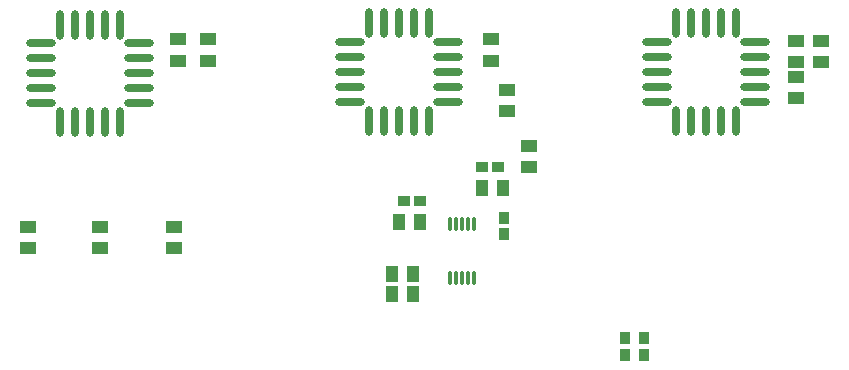
<source format=gtp>
G04*
G04 #@! TF.GenerationSoftware,Altium Limited,Altium Designer,18.1.11 (251)*
G04*
G04 Layer_Color=8421504*
%FSLAX25Y25*%
%MOIN*%
G70*
G01*
G75*
%ADD15O,0.09843X0.02559*%
%ADD16O,0.02559X0.09843*%
%ADD17O,0.01378X0.05315*%
%ADD18R,0.03937X0.05315*%
%ADD19R,0.03740X0.04331*%
%ADD20R,0.04331X0.03740*%
%ADD21R,0.05315X0.03937*%
D15*
X275689Y90492D02*
D03*
Y95492D02*
D03*
Y100492D02*
D03*
Y105492D02*
D03*
Y110492D02*
D03*
X243209D02*
D03*
Y105492D02*
D03*
Y100492D02*
D03*
Y95492D02*
D03*
Y90492D02*
D03*
X37815Y90098D02*
D03*
Y95098D02*
D03*
Y100098D02*
D03*
Y105098D02*
D03*
Y110098D02*
D03*
X70295D02*
D03*
Y105098D02*
D03*
Y100098D02*
D03*
Y95098D02*
D03*
Y90098D02*
D03*
X173327Y90492D02*
D03*
Y95492D02*
D03*
Y100492D02*
D03*
Y105492D02*
D03*
Y110492D02*
D03*
X140847D02*
D03*
Y105492D02*
D03*
Y100492D02*
D03*
Y95492D02*
D03*
Y90492D02*
D03*
D16*
X269449Y116732D02*
D03*
X264449D02*
D03*
X259449D02*
D03*
X254449D02*
D03*
X249449D02*
D03*
Y84252D02*
D03*
X254449D02*
D03*
X259449D02*
D03*
X264449D02*
D03*
X269449D02*
D03*
X64055Y83858D02*
D03*
X59055D02*
D03*
X54055D02*
D03*
X49055D02*
D03*
X44055D02*
D03*
Y116339D02*
D03*
X49055D02*
D03*
X54055D02*
D03*
X59055D02*
D03*
X64055D02*
D03*
X167087Y116732D02*
D03*
X162087D02*
D03*
X157087D02*
D03*
X152087D02*
D03*
X147087D02*
D03*
Y84252D02*
D03*
X152087D02*
D03*
X157087D02*
D03*
X162087D02*
D03*
X167087D02*
D03*
D17*
X174227Y31988D02*
D03*
X176196D02*
D03*
X178164D02*
D03*
X180132D02*
D03*
X182101D02*
D03*
X174227Y49902D02*
D03*
X176196D02*
D03*
X178164D02*
D03*
X180132D02*
D03*
X182101D02*
D03*
D18*
X154621Y26378D02*
D03*
X161707D02*
D03*
X154724Y33071D02*
D03*
X161811D02*
D03*
X164173Y50394D02*
D03*
X157087D02*
D03*
X184646Y61811D02*
D03*
X191732D02*
D03*
D19*
X192126Y46457D02*
D03*
Y51968D02*
D03*
X232283Y6299D02*
D03*
Y11811D02*
D03*
X238583Y6299D02*
D03*
Y11811D02*
D03*
D20*
X158661Y57480D02*
D03*
X164173D02*
D03*
X190157Y68898D02*
D03*
X184646D02*
D03*
D21*
X33465Y41732D02*
D03*
Y48819D02*
D03*
X57480Y41732D02*
D03*
Y48819D02*
D03*
X82047Y48819D02*
D03*
Y41732D02*
D03*
X289370Y98819D02*
D03*
Y91732D02*
D03*
Y111024D02*
D03*
Y103937D02*
D03*
X297638Y103937D02*
D03*
Y111024D02*
D03*
X200330Y75984D02*
D03*
Y68898D02*
D03*
X192913Y94488D02*
D03*
Y87402D02*
D03*
X187795Y111417D02*
D03*
Y104331D02*
D03*
X83465Y104331D02*
D03*
Y111417D02*
D03*
X93307D02*
D03*
Y104331D02*
D03*
M02*

</source>
